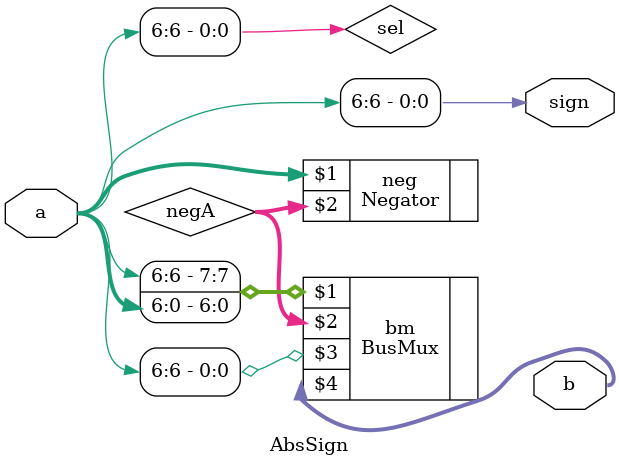
<source format=v>
module AbsSign(a, b, sign);
	input [6:0] a;
	output [7:0] b;
	output sign;
	wire sel;
	wire [7:0] negA; 
	
	assign sel = a[6];

	Negator neg(a, negA);
	
	BusMux bm({sel, a}, negA, sel, b);
	assign sign = sel;
	
endmodule

	
	
</source>
